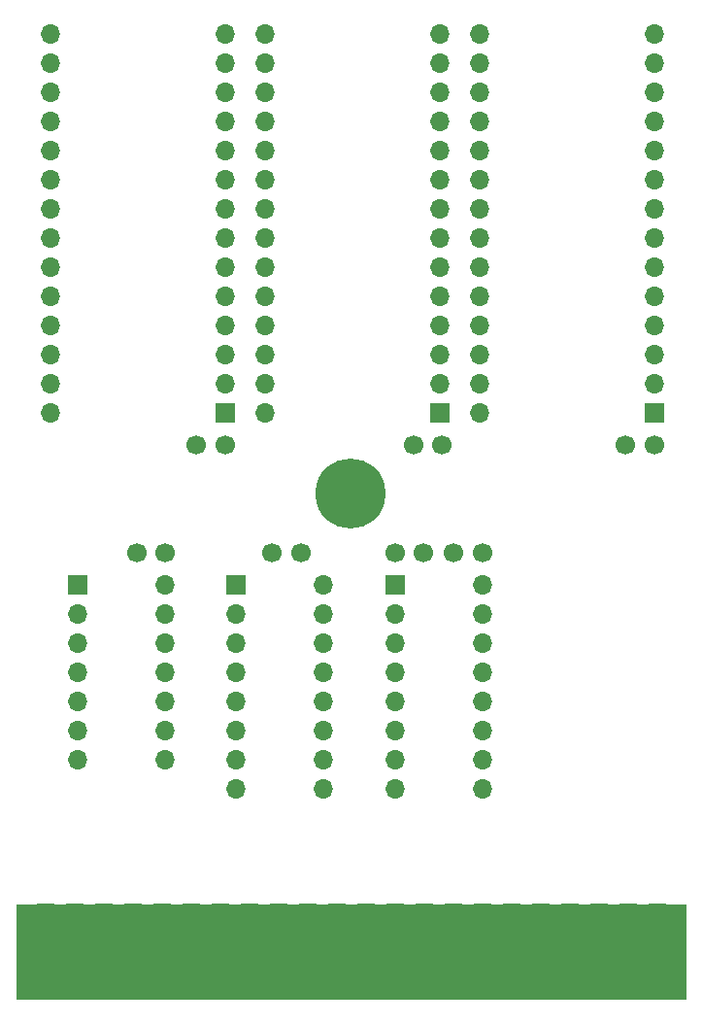
<source format=gbr>
%TF.GenerationSoftware,KiCad,Pcbnew,(5.1.6)-1*%
%TF.CreationDate,2021-01-17T21:44:29-05:00*%
%TF.ProjectId,comal-80,636f6d61-6c2d-4383-902e-6b696361645f,rev?*%
%TF.SameCoordinates,Original*%
%TF.FileFunction,Soldermask,Top*%
%TF.FilePolarity,Negative*%
%FSLAX46Y46*%
G04 Gerber Fmt 4.6, Leading zero omitted, Abs format (unit mm)*
G04 Created by KiCad (PCBNEW (5.1.6)-1) date 2021-01-17 21:44:29*
%MOMM*%
%LPD*%
G01*
G04 APERTURE LIST*
%ADD10R,58.420000X8.300000*%
%ADD11R,1.624000X8.100000*%
%ADD12C,1.700000*%
%ADD13O,1.700000X1.700000*%
%ADD14R,1.700000X1.700000*%
%ADD15C,6.100000*%
G04 APERTURE END LIST*
D10*
%TO.C,EDGE1*%
X148210000Y-131890000D03*
D11*
X174880000Y-131761726D03*
X172340000Y-131761726D03*
X169800000Y-131761726D03*
X167260000Y-131761726D03*
X164720000Y-131761726D03*
X162180000Y-131761726D03*
X159640000Y-131761726D03*
X157100000Y-131761726D03*
X126620000Y-131761726D03*
X124080000Y-131761726D03*
X149480000Y-131761726D03*
X154560000Y-131761726D03*
X152020000Y-131761726D03*
X146940000Y-131761726D03*
X144400000Y-131761726D03*
X141860000Y-131761726D03*
X139320000Y-131761726D03*
X136780000Y-131761726D03*
X134240000Y-131761726D03*
X131700000Y-131761726D03*
X129160000Y-131761726D03*
X121540000Y-131761726D03*
%TD*%
D12*
%TO.C,C3*%
X172100000Y-87730000D03*
X174600000Y-87730000D03*
%TD*%
%TO.C,C2*%
X153590000Y-87730000D03*
X156090000Y-87730000D03*
%TD*%
%TO.C,C1*%
X134650000Y-87720000D03*
X137150000Y-87720000D03*
%TD*%
%TO.C,C7*%
X154460000Y-97120000D03*
X151960000Y-97120000D03*
%TD*%
D13*
%TO.C,U3*%
X159390000Y-84910000D03*
X174630000Y-51890000D03*
X159390000Y-82370000D03*
X174630000Y-54430000D03*
X159390000Y-79830000D03*
X174630000Y-56970000D03*
X159390000Y-77290000D03*
X174630000Y-59510000D03*
X159390000Y-74750000D03*
X174630000Y-62050000D03*
X159390000Y-72210000D03*
X174630000Y-64590000D03*
X159390000Y-69670000D03*
X174630000Y-67130000D03*
X159390000Y-67130000D03*
X174630000Y-69670000D03*
X159390000Y-64590000D03*
X174630000Y-72210000D03*
X159390000Y-62050000D03*
X174630000Y-74750000D03*
X159390000Y-59510000D03*
X174630000Y-77290000D03*
X159390000Y-56970000D03*
X174630000Y-79830000D03*
X159390000Y-54430000D03*
X174630000Y-82370000D03*
X159390000Y-51890000D03*
D14*
X174630000Y-84910000D03*
%TD*%
D13*
%TO.C,U6*%
X145775000Y-99890000D03*
X138155000Y-117670000D03*
X145775000Y-102430000D03*
X138155000Y-115130000D03*
X145775000Y-104970000D03*
X138155000Y-112590000D03*
X145775000Y-107510000D03*
X138155000Y-110050000D03*
X145775000Y-110050000D03*
X138155000Y-107510000D03*
X145775000Y-112590000D03*
X138155000Y-104970000D03*
X145775000Y-115130000D03*
X138155000Y-102430000D03*
X145775000Y-117670000D03*
D14*
X138155000Y-99890000D03*
%TD*%
D13*
%TO.C,U2*%
X140655000Y-84900000D03*
X155895000Y-51880000D03*
X140655000Y-82360000D03*
X155895000Y-54420000D03*
X140655000Y-79820000D03*
X155895000Y-56960000D03*
X140655000Y-77280000D03*
X155895000Y-59500000D03*
X140655000Y-74740000D03*
X155895000Y-62040000D03*
X140655000Y-72200000D03*
X155895000Y-64580000D03*
X140655000Y-69660000D03*
X155895000Y-67120000D03*
X140655000Y-67120000D03*
X155895000Y-69660000D03*
X140655000Y-64580000D03*
X155895000Y-72200000D03*
X140655000Y-62040000D03*
X155895000Y-74740000D03*
X140655000Y-59500000D03*
X155895000Y-77280000D03*
X140655000Y-56960000D03*
X155895000Y-79820000D03*
X140655000Y-54420000D03*
X155895000Y-82360000D03*
X140655000Y-51880000D03*
D14*
X155895000Y-84900000D03*
%TD*%
D13*
%TO.C,U5*%
X159590000Y-99890000D03*
X151970000Y-117670000D03*
X159590000Y-102430000D03*
X151970000Y-115130000D03*
X159590000Y-104970000D03*
X151970000Y-112590000D03*
X159590000Y-107510000D03*
X151970000Y-110050000D03*
X159590000Y-110050000D03*
X151970000Y-107510000D03*
X159590000Y-112590000D03*
X151970000Y-104970000D03*
X159590000Y-115130000D03*
X151970000Y-102430000D03*
X159590000Y-117670000D03*
D14*
X151970000Y-99890000D03*
%TD*%
D13*
%TO.C,U4*%
X131960000Y-99890000D03*
X124340000Y-115130000D03*
X131960000Y-102430000D03*
X124340000Y-112590000D03*
X131960000Y-104970000D03*
X124340000Y-110050000D03*
X131960000Y-107510000D03*
X124340000Y-107510000D03*
X131960000Y-110050000D03*
X124340000Y-104970000D03*
X131960000Y-112590000D03*
X124340000Y-102430000D03*
X131960000Y-115130000D03*
D14*
X124340000Y-99890000D03*
%TD*%
D13*
%TO.C,U1*%
X121920000Y-84900000D03*
X137160000Y-51880000D03*
X121920000Y-82360000D03*
X137160000Y-54420000D03*
X121920000Y-79820000D03*
X137160000Y-56960000D03*
X121920000Y-77280000D03*
X137160000Y-59500000D03*
X121920000Y-74740000D03*
X137160000Y-62040000D03*
X121920000Y-72200000D03*
X137160000Y-64580000D03*
X121920000Y-69660000D03*
X137160000Y-67120000D03*
X121920000Y-67120000D03*
X137160000Y-69660000D03*
X121920000Y-64580000D03*
X137160000Y-72200000D03*
X121920000Y-62040000D03*
X137160000Y-74740000D03*
X121920000Y-59500000D03*
X137160000Y-77280000D03*
X121920000Y-56960000D03*
X137160000Y-79820000D03*
X121920000Y-54420000D03*
X137160000Y-82360000D03*
X121920000Y-51880000D03*
D14*
X137160000Y-84900000D03*
%TD*%
D15*
%TO.C,H1*%
X148122000Y-91900000D03*
%TD*%
D12*
%TO.C,C6*%
X157100000Y-97120000D03*
X159600000Y-97120000D03*
%TD*%
%TO.C,C5*%
X141260000Y-97120000D03*
X143760000Y-97120000D03*
%TD*%
%TO.C,C4*%
X129450000Y-97120000D03*
X131950000Y-97120000D03*
%TD*%
M02*

</source>
